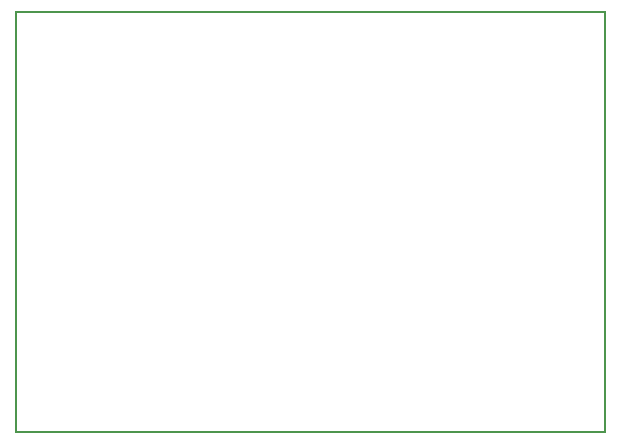
<source format=gbr>
G04 #@! TF.GenerationSoftware,KiCad,Pcbnew,(5.0.2)-1*
G04 #@! TF.CreationDate,2019-03-26T15:17:44-05:00*
G04 #@! TF.ProjectId,currentsense,63757272-656e-4747-9365-6e73652e6b69,rev?*
G04 #@! TF.SameCoordinates,Original*
G04 #@! TF.FileFunction,Paste,Bot*
G04 #@! TF.FilePolarity,Positive*
%FSLAX46Y46*%
G04 Gerber Fmt 4.6, Leading zero omitted, Abs format (unit mm)*
G04 Created by KiCad (PCBNEW (5.0.2)-1) date 3/26/2019 3:17:44 PM*
%MOMM*%
%LPD*%
G01*
G04 APERTURE LIST*
%ADD10C,0.200000*%
G04 APERTURE END LIST*
D10*
X158470600Y-57480200D02*
X108597700Y-57480200D01*
X158483300Y-93091000D02*
X158483300Y-57467500D01*
X108597700Y-93091000D02*
X158483300Y-93091000D01*
X108597700Y-57467500D02*
X108597700Y-93091000D01*
M02*

</source>
